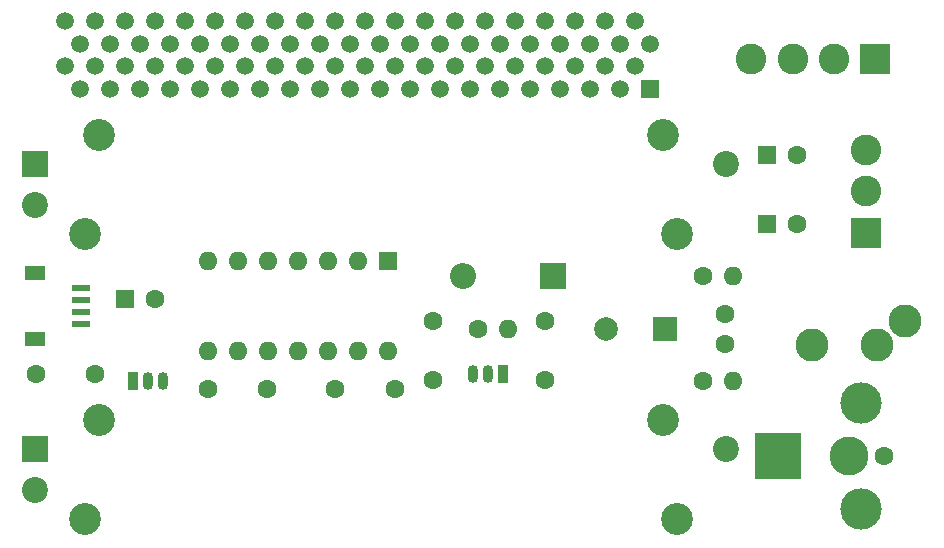
<source format=gts>
G04 #@! TF.FileFunction,Soldermask,Top*
%FSLAX46Y46*%
G04 Gerber Fmt 4.6, Leading zero omitted, Abs format (unit mm)*
G04 Created by KiCad (PCBNEW 4.0.7) date Sunday, September 23, 2018 'PMt' 12:44:32 PM*
%MOMM*%
%LPD*%
G01*
G04 APERTURE LIST*
%ADD10C,0.100000*%
%ADD11R,2.000000X2.000000*%
%ADD12C,2.000000*%
%ADD13C,1.600000*%
%ADD14R,4.000000X4.000000*%
%ADD15C,3.300000*%
%ADD16C,3.500000*%
%ADD17R,1.600000X1.600000*%
%ADD18O,1.600000X1.600000*%
%ADD19O,0.900000X1.500000*%
%ADD20R,0.900000X1.500000*%
%ADD21R,2.200000X2.200000*%
%ADD22C,2.200000*%
%ADD23C,2.700000*%
%ADD24R,1.550000X0.600000*%
%ADD25R,1.800000X1.200000*%
%ADD26R,2.600000X2.600000*%
%ADD27C,2.600000*%
%ADD28O,2.200000X2.200000*%
%ADD29C,2.800000*%
%ADD30R,1.500000X1.500000*%
%ADD31C,1.500000*%
G04 APERTURE END LIST*
D10*
D11*
X173990000Y-111760000D03*
D12*
X168990000Y-111760000D03*
D13*
X146050000Y-116840000D03*
X151050000Y-116840000D03*
X163830000Y-111125000D03*
X163830000Y-116125000D03*
X154305000Y-111125000D03*
X154305000Y-116125000D03*
D14*
X183515000Y-122555000D03*
D15*
X189515000Y-122555000D03*
D16*
X190515000Y-127055000D03*
X190515000Y-118055000D03*
D13*
X192515000Y-122555000D03*
D17*
X150495000Y-106045000D03*
D18*
X135255000Y-113665000D03*
X147955000Y-106045000D03*
X137795000Y-113665000D03*
X145415000Y-106045000D03*
X140335000Y-113665000D03*
X142875000Y-106045000D03*
X142875000Y-113665000D03*
X140335000Y-106045000D03*
X145415000Y-113665000D03*
X137795000Y-106045000D03*
X147955000Y-113665000D03*
X135255000Y-106045000D03*
X150495000Y-113665000D03*
D19*
X159004000Y-115570000D03*
X157734000Y-115570000D03*
D20*
X160274000Y-115570000D03*
D21*
X120650000Y-97790000D03*
D22*
X120650000Y-101290000D03*
X179150000Y-97790000D03*
D23*
X126000000Y-95340000D03*
X173800000Y-95340000D03*
X124800000Y-103740000D03*
X175000000Y-103740000D03*
D21*
X120650000Y-121920000D03*
D22*
X120650000Y-125420000D03*
X179150000Y-121920000D03*
D23*
X126000000Y-119470000D03*
X173800000Y-119470000D03*
X124800000Y-127870000D03*
X175000000Y-127870000D03*
D13*
X135255000Y-116840000D03*
X140255000Y-116840000D03*
X125730000Y-115570000D03*
X120730000Y-115570000D03*
D24*
X124492500Y-108355000D03*
X124492500Y-109355000D03*
X124492500Y-110355000D03*
X124492500Y-111355000D03*
D25*
X120617500Y-107055000D03*
X120617500Y-112655000D03*
D26*
X191770000Y-88900000D03*
D27*
X188270000Y-88900000D03*
X184770000Y-88900000D03*
X181270000Y-88900000D03*
D26*
X191008000Y-103632000D03*
D27*
X191008000Y-100132000D03*
X191008000Y-96632000D03*
D19*
X130175000Y-116205000D03*
X131445000Y-116205000D03*
D20*
X128905000Y-116205000D03*
D21*
X164465000Y-107315000D03*
D28*
X156845000Y-107315000D03*
D29*
X194310000Y-111125000D03*
X191910000Y-113125000D03*
X186410000Y-113125000D03*
D17*
X128270000Y-109220000D03*
D13*
X130770000Y-109220000D03*
D30*
X172720000Y-91440000D03*
D31*
X172720000Y-87640000D03*
X171450000Y-89540000D03*
X171450000Y-85740000D03*
X170180000Y-91440000D03*
X170180000Y-87640000D03*
X168910000Y-89540000D03*
X168910000Y-85740000D03*
X167640000Y-91440000D03*
X167640000Y-87640000D03*
X166370000Y-89540000D03*
X166370000Y-85740000D03*
X165100000Y-91440000D03*
X165100000Y-87640000D03*
X163830000Y-89540000D03*
X163830000Y-85740000D03*
X162560000Y-91440000D03*
X162560000Y-87640000D03*
X161290000Y-89540000D03*
X161290000Y-85740000D03*
X160020000Y-91440000D03*
X160020000Y-87640000D03*
X158750000Y-89540000D03*
X158750000Y-85740000D03*
X157480000Y-91440000D03*
X157480000Y-87640000D03*
X156210000Y-89540000D03*
X156210000Y-85740000D03*
X154940000Y-91440000D03*
X154940000Y-87640000D03*
X153670000Y-89540000D03*
X153670000Y-85740000D03*
X152400000Y-91440000D03*
X152400000Y-87640000D03*
X151130000Y-89540000D03*
X151130000Y-85740000D03*
X149860000Y-91440000D03*
X149860000Y-87640000D03*
X148590000Y-89540000D03*
X148590000Y-85740000D03*
X147320000Y-91440000D03*
X147320000Y-87640000D03*
X146050000Y-89540000D03*
X146050000Y-85740000D03*
X144780000Y-91440000D03*
X144780000Y-87640000D03*
X143510000Y-89540000D03*
X143510000Y-85740000D03*
X142240000Y-91440000D03*
X142240000Y-87640000D03*
X140970000Y-89540000D03*
X140970000Y-85740000D03*
X139700000Y-91440000D03*
X139700000Y-87640000D03*
X138430000Y-89540000D03*
X138430000Y-85740000D03*
X137160000Y-91440000D03*
X137160000Y-87640000D03*
X135890000Y-89540000D03*
X135890000Y-85740000D03*
X134620000Y-91440000D03*
X134620000Y-87640000D03*
X133350000Y-89540000D03*
X133350000Y-85740000D03*
X132080000Y-91440000D03*
X132080000Y-87640000D03*
X130810000Y-89540000D03*
X130810000Y-85740000D03*
X129540000Y-91440000D03*
X129540000Y-87640000D03*
X128270000Y-89540000D03*
X128270000Y-85740000D03*
X127000000Y-91440000D03*
X127000000Y-87640000D03*
X125730000Y-89540000D03*
X125730000Y-85740000D03*
X124460000Y-91440000D03*
X124460000Y-87640000D03*
X123190000Y-89540000D03*
X123190000Y-85740000D03*
D17*
X182626000Y-97028000D03*
D13*
X185126000Y-97028000D03*
D17*
X182626000Y-102870000D03*
D13*
X185126000Y-102870000D03*
X179070000Y-113030000D03*
X179070000Y-110530000D03*
X177165000Y-107315000D03*
D18*
X179705000Y-107315000D03*
D13*
X158115000Y-111760000D03*
D18*
X160655000Y-111760000D03*
D13*
X177165000Y-116205000D03*
D18*
X179705000Y-116205000D03*
M02*

</source>
